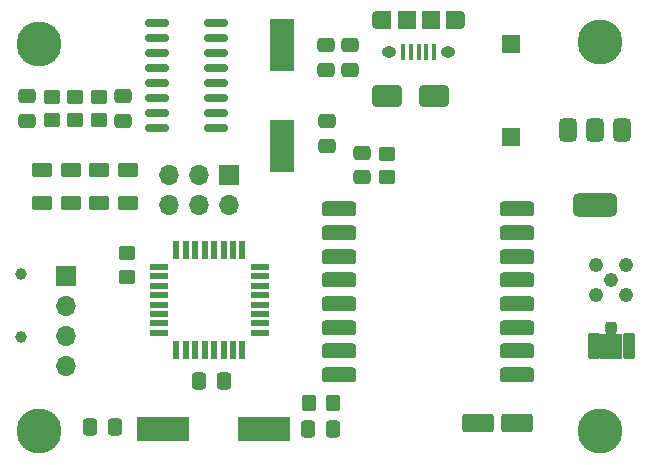
<source format=gbr>
%TF.GenerationSoftware,KiCad,Pcbnew,8.0.4-8.0.4-0~ubuntu24.04.1*%
%TF.CreationDate,2024-08-31T18:15:14+03:00*%
%TF.ProjectId,ground_control_using_pc,67726f75-6e64-45f6-936f-6e74726f6c5f,rev?*%
%TF.SameCoordinates,Original*%
%TF.FileFunction,Soldermask,Top*%
%TF.FilePolarity,Negative*%
%FSLAX46Y46*%
G04 Gerber Fmt 4.6, Leading zero omitted, Abs format (unit mm)*
G04 Created by KiCad (PCBNEW 8.0.4-8.0.4-0~ubuntu24.04.1) date 2024-08-31 18:15:14*
%MOMM*%
%LPD*%
G01*
G04 APERTURE LIST*
G04 Aperture macros list*
%AMRoundRect*
0 Rectangle with rounded corners*
0 $1 Rounding radius*
0 $2 $3 $4 $5 $6 $7 $8 $9 X,Y pos of 4 corners*
0 Add a 4 corners polygon primitive as box body*
4,1,4,$2,$3,$4,$5,$6,$7,$8,$9,$2,$3,0*
0 Add four circle primitives for the rounded corners*
1,1,$1+$1,$2,$3*
1,1,$1+$1,$4,$5*
1,1,$1+$1,$6,$7*
1,1,$1+$1,$8,$9*
0 Add four rect primitives between the rounded corners*
20,1,$1+$1,$2,$3,$4,$5,0*
20,1,$1+$1,$4,$5,$6,$7,0*
20,1,$1+$1,$6,$7,$8,$9,0*
20,1,$1+$1,$8,$9,$2,$3,0*%
G04 Aperture macros list end*
%ADD10RoundRect,0.250000X-0.337500X-0.475000X0.337500X-0.475000X0.337500X0.475000X-0.337500X0.475000X0*%
%ADD11C,3.800000*%
%ADD12RoundRect,0.250000X0.625000X-0.375000X0.625000X0.375000X-0.625000X0.375000X-0.625000X-0.375000X0*%
%ADD13RoundRect,0.250000X-1.075000X-0.550000X1.075000X-0.550000X1.075000X0.550000X-1.075000X0.550000X0*%
%ADD14RoundRect,0.250000X0.450000X-0.350000X0.450000X0.350000X-0.450000X0.350000X-0.450000X-0.350000X0*%
%ADD15RoundRect,0.250000X-0.475000X0.337500X-0.475000X-0.337500X0.475000X-0.337500X0.475000X0.337500X0*%
%ADD16RoundRect,0.375000X-0.375000X0.625000X-0.375000X-0.625000X0.375000X-0.625000X0.375000X0.625000X0*%
%ADD17RoundRect,0.500000X-1.400000X0.500000X-1.400000X-0.500000X1.400000X-0.500000X1.400000X0.500000X0*%
%ADD18RoundRect,0.250000X0.475000X-0.337500X0.475000X0.337500X-0.475000X0.337500X-0.475000X-0.337500X0*%
%ADD19RoundRect,0.150000X0.825000X0.150000X-0.825000X0.150000X-0.825000X-0.150000X0.825000X-0.150000X0*%
%ADD20R,1.500000X1.500000*%
%ADD21RoundRect,0.317500X-1.157500X-0.317500X1.157500X-0.317500X1.157500X0.317500X-1.157500X0.317500X0*%
%ADD22R,1.700000X1.700000*%
%ADD23O,1.700000X1.700000*%
%ADD24RoundRect,0.250000X-0.450000X0.350000X-0.450000X-0.350000X0.450000X-0.350000X0.450000X0.350000X0*%
%ADD25RoundRect,0.250000X0.337500X0.475000X-0.337500X0.475000X-0.337500X-0.475000X0.337500X-0.475000X0*%
%ADD26R,0.550000X1.600000*%
%ADD27R,1.600000X0.550000*%
%ADD28C,1.240000*%
%ADD29RoundRect,0.250000X0.350000X0.450000X-0.350000X0.450000X-0.350000X-0.450000X0.350000X-0.450000X0*%
%ADD30R,2.000000X4.500000*%
%ADD31R,0.400000X1.350000*%
%ADD32O,0.890000X1.550000*%
%ADD33R,1.200000X1.550000*%
%ADD34O,1.250000X0.950000*%
%ADD35R,1.500000X1.550000*%
%ADD36RoundRect,0.250000X-0.625000X0.375000X-0.625000X-0.375000X0.625000X-0.375000X0.625000X0.375000X0*%
%ADD37RoundRect,0.250000X-0.250000X0.275000X-0.250000X-0.275000X0.250000X-0.275000X0.250000X0.275000X0*%
%ADD38RoundRect,0.250000X-0.275000X0.850000X-0.275000X-0.850000X0.275000X-0.850000X0.275000X0.850000X0*%
%ADD39R,4.500000X2.000000*%
%ADD40RoundRect,0.250000X-1.000000X-0.650000X1.000000X-0.650000X1.000000X0.650000X-1.000000X0.650000X0*%
%ADD41C,1.000000*%
G04 APERTURE END LIST*
%TO.C,AE2*%
G36*
X204360000Y-95755000D02*
G01*
X202480000Y-95755000D01*
X202480000Y-97845000D01*
X204360000Y-97845000D01*
X204360000Y-95755000D01*
G37*
%TD*%
D10*
%TO.C,C10*%
X159322500Y-103630000D03*
X161397500Y-103630000D03*
%TD*%
D11*
%TO.C,H4*%
X202500000Y-104000000D03*
%TD*%
D12*
%TO.C,D4*%
X157640000Y-84630000D03*
X157640000Y-81830000D03*
%TD*%
D13*
%TO.C,C7*%
X192130000Y-103310000D03*
X195480000Y-103310000D03*
%TD*%
D14*
%TO.C,R4*%
X160010000Y-77640000D03*
X160010000Y-75640000D03*
%TD*%
D15*
%TO.C,C2*%
X182340000Y-80420000D03*
X182340000Y-82495000D03*
%TD*%
D16*
%TO.C,U2*%
X204332500Y-78490000D03*
X202032500Y-78490000D03*
D17*
X202032500Y-84790000D03*
D16*
X199732500Y-78490000D03*
%TD*%
D18*
%TO.C,C5*%
X153980000Y-77680000D03*
X153980000Y-75605000D03*
%TD*%
D14*
%TO.C,R3*%
X158020000Y-77640000D03*
X158020000Y-75640000D03*
%TD*%
D19*
%TO.C,U1*%
X169950000Y-78340000D03*
X169950000Y-77070000D03*
X169950000Y-75800000D03*
X169950000Y-74530000D03*
X169950000Y-73260000D03*
X169950000Y-71990000D03*
X169950000Y-70720000D03*
X169950000Y-69450000D03*
X165000000Y-69450000D03*
X165000000Y-70720000D03*
X165000000Y-71990000D03*
X165000000Y-73260000D03*
X165000000Y-74530000D03*
X165000000Y-75800000D03*
X165000000Y-77070000D03*
X165000000Y-78340000D03*
%TD*%
D20*
%TO.C,SW1*%
X194970000Y-71230000D03*
X194970000Y-79030000D03*
%TD*%
D21*
%TO.C,U4*%
X180350000Y-85200000D03*
X180350000Y-87200000D03*
X180350000Y-89200000D03*
X180350000Y-91200000D03*
X180350000Y-93200000D03*
X180350000Y-95200000D03*
X180350000Y-97200000D03*
X180350000Y-99200000D03*
X195400000Y-99200000D03*
X195400000Y-97200000D03*
X195400000Y-95200000D03*
X195400000Y-93200000D03*
X195400000Y-91200000D03*
X195400000Y-89200000D03*
X195400000Y-87200000D03*
X195400000Y-85200000D03*
%TD*%
D18*
%TO.C,C6*%
X162090000Y-77677500D03*
X162090000Y-75602500D03*
%TD*%
D22*
%TO.C,J6*%
X171060000Y-82250000D03*
D23*
X171060000Y-84790000D03*
X168520000Y-82250000D03*
X168520000Y-84790000D03*
X165980000Y-82250000D03*
X165980000Y-84790000D03*
%TD*%
D11*
%TO.C,H1*%
X155000000Y-71200000D03*
%TD*%
%TO.C,H2*%
X155000000Y-104000000D03*
%TD*%
D24*
%TO.C,R5*%
X162460000Y-88910000D03*
X162460000Y-90910000D03*
%TD*%
D25*
%TO.C,C9*%
X179835000Y-103790000D03*
X177760000Y-103790000D03*
%TD*%
D26*
%TO.C,U3*%
X166600000Y-97100000D03*
X167400000Y-97100000D03*
X168200000Y-97100000D03*
X169000000Y-97100000D03*
X169800000Y-97100000D03*
X170600000Y-97100000D03*
X171400000Y-97100000D03*
X172200000Y-97100000D03*
D27*
X173650000Y-95650000D03*
X173650000Y-94850000D03*
X173650000Y-94050000D03*
X173650000Y-93250000D03*
X173650000Y-92450000D03*
X173650000Y-91650000D03*
X173650000Y-90850000D03*
X173650000Y-90050000D03*
D26*
X172200000Y-88600000D03*
X171400000Y-88600000D03*
X170600000Y-88600000D03*
X169800000Y-88600000D03*
X169000000Y-88600000D03*
X168200000Y-88600000D03*
X167400000Y-88600000D03*
X166600000Y-88600000D03*
D27*
X165150000Y-90050000D03*
X165150000Y-90850000D03*
X165150000Y-91650000D03*
X165150000Y-92450000D03*
X165150000Y-93250000D03*
X165150000Y-94050000D03*
X165150000Y-94850000D03*
X165150000Y-95650000D03*
%TD*%
D28*
%TO.C,AE1*%
X203430000Y-91140000D03*
X202160000Y-89870000D03*
X202160000Y-92410000D03*
X204700000Y-89870000D03*
X204700000Y-92410000D03*
%TD*%
D11*
%TO.C,H3*%
X202500000Y-71000000D03*
%TD*%
D12*
%TO.C,D3*%
X155250000Y-84620000D03*
X155250000Y-81820000D03*
%TD*%
D29*
%TO.C,R6*%
X179850000Y-101570000D03*
X177850000Y-101570000D03*
%TD*%
D15*
%TO.C,C1*%
X179340000Y-77725000D03*
X179340000Y-79800000D03*
%TD*%
D24*
%TO.C,R1*%
X184410000Y-80470000D03*
X184410000Y-82470000D03*
%TD*%
D30*
%TO.C,Y1*%
X175545000Y-79800000D03*
X175545000Y-71300000D03*
%TD*%
D31*
%TO.C,J2*%
X188420000Y-71880000D03*
X187770000Y-71880000D03*
X187120000Y-71880000D03*
X186470000Y-71880000D03*
X185820000Y-71880000D03*
D32*
X190620000Y-69180000D03*
D33*
X190020000Y-69180000D03*
D34*
X189620000Y-71880000D03*
D35*
X188120000Y-69180000D03*
X186120000Y-69180000D03*
D34*
X184620000Y-71880000D03*
D33*
X184220000Y-69180000D03*
D32*
X183620000Y-69180000D03*
%TD*%
D22*
%TO.C,J5*%
X157270000Y-90840000D03*
D23*
X157270000Y-93380000D03*
X157270000Y-95920000D03*
X157270000Y-98460000D03*
%TD*%
D36*
%TO.C,D6*%
X162470000Y-81840000D03*
X162470000Y-84640000D03*
%TD*%
D10*
%TO.C,C8*%
X168525000Y-99740000D03*
X170600000Y-99740000D03*
%TD*%
D18*
%TO.C,C3*%
X179240000Y-73375000D03*
X179240000Y-71300000D03*
%TD*%
D12*
%TO.C,D5*%
X160020000Y-84620000D03*
X160020000Y-81820000D03*
%TD*%
D37*
%TO.C,AE2*%
X203420000Y-95220000D03*
D38*
X204895000Y-96745000D03*
X201945000Y-96745000D03*
%TD*%
D39*
%TO.C,Y2*%
X174000000Y-103800000D03*
X165500000Y-103800000D03*
%TD*%
D14*
%TO.C,R2*%
X156030000Y-77640000D03*
X156030000Y-75640000D03*
%TD*%
D40*
%TO.C,D2*%
X184430000Y-75590000D03*
X188430000Y-75590000D03*
%TD*%
D41*
%TO.C,TP2*%
X153480000Y-95960000D03*
%TD*%
D18*
%TO.C,C4*%
X181280000Y-73365000D03*
X181280000Y-71290000D03*
%TD*%
D41*
%TO.C,TP1*%
X153480000Y-90700000D03*
%TD*%
M02*

</source>
